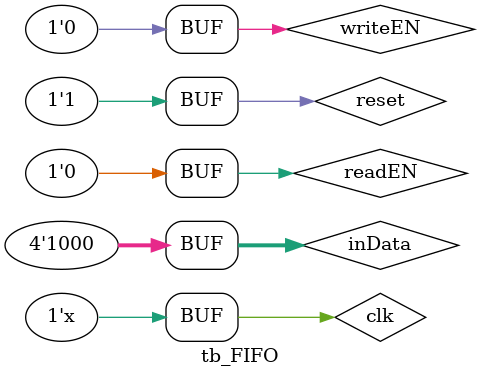
<source format=sv>
`timescale 1ns / 1ps


 
module tb_FIFO();

    parameter DATA_WIDTH =  4      ;
    parameter ADDR_WIDTH =  2      ; 
    parameter CLK_PERIOD = 20      ; 	// 50 MHz

    reg                   clk      ;
    reg			  reset	   ;
    reg			  readEN   ;
    reg			  writeEN  ;
    reg	[DATA_WIDTH-1:0]  inData   ;


initial begin : init
	clk     = 1'b1 ;
	reset   = 1'b1 ;
	inData  = '0   ;
	writeEN = 1'b0 ;
	readEN  = 1'b0 ;
end
 

always #10 	clk = ~clk ;


initial begin : RESET
	for(int i = 0; i < 5; i++) begin
		reset = 1'b0 ;
		#CLK_PERIOD ;	
	end
	reset = 1'b1 ;
end


initial begin : WRITE
	for(int i = 0; i < 6; i++) begin
		#CLK_PERIOD ;	
	end
	writeEN = 1'b1 ;
	inData = 4'b1011;                                                                  // B
	#CLK_PERIOD writeEN = 1'b0;
	
	for(int i = 0; i < 85; i++) begin
		#CLK_PERIOD ;	
	end

	for(int i = 0; i < 6; i++) begin
		#CLK_PERIOD ;	
	end
	writeEN = 1'b1 ;
	inData = 4'b1111;                                                                  // F
	#CLK_PERIOD writeEN = 1'b0;

	for(int i = 0; i < 6; i++) begin
		#CLK_PERIOD ;	
	end
	writeEN = 1'b1 ;
	inData = 4'b1110;                                                                  // E
	#CLK_PERIOD writeEN = 1'b0;

	for(int i = 0; i < 6; i++) begin
		#CLK_PERIOD ;	
	end
	writeEN = 1'b1 ;
	inData = 4'b0101;                                                                  // 5
	#CLK_PERIOD writeEN = 1'b0;

	for(int i = 0; i < 6; i++) begin
		#CLK_PERIOD ;	
	end
	writeEN = 1'b1 ;
	inData = 4'b1010;                                                                  // A
	#CLK_PERIOD writeEN = 1'b0;

	for(int i = 0; i < 6; i++) begin
		#CLK_PERIOD ;	
	end
	writeEN = 1'b1 ;
	inData = 4'b1000;                                                                  // 8  --> ERROR raise
	#CLK_PERIOD writeEN = 1'b0;
end



initial begin : READ
	for(int i = 0; i < 12; i++) begin
		#CLK_PERIOD ;	
	end
	readEN = 1'b1 ;                                                                        // #1              
	#CLK_PERIOD readEN = 1'b0 ;

	for(int i = 0; i < 8; i++) begin
		#CLK_PERIOD ;	
	end 
	readEN = 1'b1 ;                                                                        // #2             
	#CLK_PERIOD readEN = 1'b0 ;

	for(int i = 0; i < 8; i++) begin
		#CLK_PERIOD ;	
	end
	readEN = 1'b1 ;                                                                        // #3              
	#CLK_PERIOD readEN = 1'b0 ;

	for(int i = 0; i < 8; i++) begin
		#CLK_PERIOD ;	
	end
	readEN = 1'b1 ;                                                                        // #4              
	#CLK_PERIOD readEN = 1'b0 ;

	for(int i = 0; i < 8; i++) begin
		#CLK_PERIOD ;	
	end
	readEN = 1'b1 ;                                                                        // #5              
	#CLK_PERIOD readEN = 1'b0 ;

	for(int i = 0; i < 8; i++) begin
		#CLK_PERIOD ;	
	end
	readEN = 1'b1 ;                                                                        // #6              
	#CLK_PERIOD readEN = 1'b0 ;

	for(int i = 0; i < 8; i++) begin
		#CLK_PERIOD ;	
	end
	readEN = 1'b1 ;                                                                        // #7              
	#CLK_PERIOD readEN = 1'b0 ;

	for(int i = 0; i < 8; i++) begin
		#CLK_PERIOD ;	
	end
	readEN = 1'b1 ;                                                                        // #8              
	#CLK_PERIOD readEN = 1'b0 ;


	for(int i = 0; i < 8; i++) begin
		#CLK_PERIOD ;	
	end
	readEN = 1'b1 ;                                                                        // #9           --> ERROR raise       
	#CLK_PERIOD readEN = 1'b0 ;

	for(int i = 0; i < 8; i++) begin
		#CLK_PERIOD ;	
	end
	readEN = 1'b1 ;                                                                        // #10          --> ERROR raise                     
	#CLK_PERIOD readEN = 1'b0 ;
	
	for(int i = 0; i < 55; i++) begin
		#CLK_PERIOD ;	
	end
	readEN = 1'b1 ;                                                                        // #1              
	#CLK_PERIOD readEN = 1'b0 ;
	
	for(int i = 0; i < 8; i++) begin
		#CLK_PERIOD ;	
	end 
	readEN = 1'b1 ;                                                                        // #2             
	#CLK_PERIOD readEN = 1'b0 ;

	for(int i = 0; i < 8; i++) begin
		#CLK_PERIOD ;	
	end
	readEN = 1'b1 ;                                                                        // #3              
	#CLK_PERIOD readEN = 1'b0 ;
	
	for(int i = 0; i < 8; i++) begin
		#CLK_PERIOD ;	
	end
	readEN = 1'b1 ;                                                                        // #3              
	#CLK_PERIOD readEN = 1'b0 ;
	
	for(int i = 0; i < 8; i++) begin
		#CLK_PERIOD ;	
	end
	readEN = 1'b1 ;                                                                        // #3              
	#CLK_PERIOD readEN = 1'b0 ;
	
	for(int i = 0; i < 8; i++) begin
		#CLK_PERIOD ;	
	end
	readEN = 1'b1 ;                                                                        // #3              
	#CLK_PERIOD readEN = 1'b0 ;
	
	for(int i = 0; i < 8; i++) begin
		#CLK_PERIOD ;	
	end
	readEN = 1'b1 ;                                                                        // #3              
	#CLK_PERIOD readEN = 1'b0 ;
	
	for(int i = 0; i < 8; i++) begin
		#CLK_PERIOD ;	
	end
	readEN = 1'b1 ;                                                                        // #3              
	#CLK_PERIOD readEN = 1'b0 ;
	
	for(int i = 0; i < 8; i++) begin
		#CLK_PERIOD ;	
	end
	readEN = 1'b1 ;                                                                        // #3              
	#CLK_PERIOD readEN = 1'b0 ;
end



inFIFO u_fifo (
    .inClock       (clk)   	,
    .inReset       (reset) 	,    
    .inReadEnable  (readEN)   	,
    .inWriteEnable (writeEN)  	, 
    .inData        (inData)     ,
    
    .outWriteCount ()  		,   
    .outReadCount  ()   	,
    .outReadError  ()   	,
    .outWriteError ()  		,
    .outFull       ()        	,
    .outEmpty      ()       	,
    .outAlmostEmpty() 		,
    .outAlmostFull ()  		,
    .outDone       ()        	,
    .outData       ()
    ) ;


/*
AMBA #() cpu(
    .PCLK    (PCLK   ),
    .PRESET  (PRESET ),
    .PENABLE (PENABLE),
    .PnR_W   (PnR_W  ),
    .PWDATA  (PWDATA ),
    .PADDR   (PADDR  ),
    .PREADY  (PREADY ),
    .PRDATA  (PRDATA )
) ;
*/

endmodule


</source>
